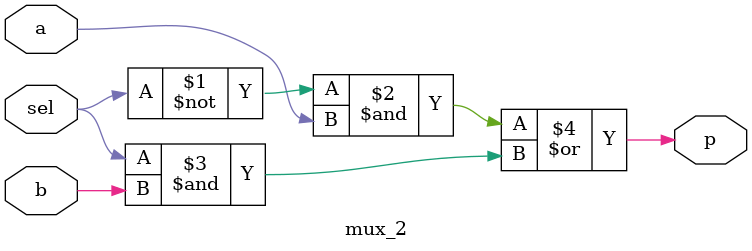
<source format=v>
/*************************************************
* File: 2to1_mux.v
* Purpose: Testbench for the 8to1_mux.v file.
* Authors: Justin McCarty and Bhagat Singh
* Rev_date: 10/19/2015
*
*
**************************************************/

module mux_2 (p, a, b, sel);

	input a, b, sel;  // defining inputs

	output p;

	// wire w1, w2;

	assign #5 p = (~sel & a) | (sel & b);  // AND & OR operation for 2 to 1 Mux

endmodule

</source>
